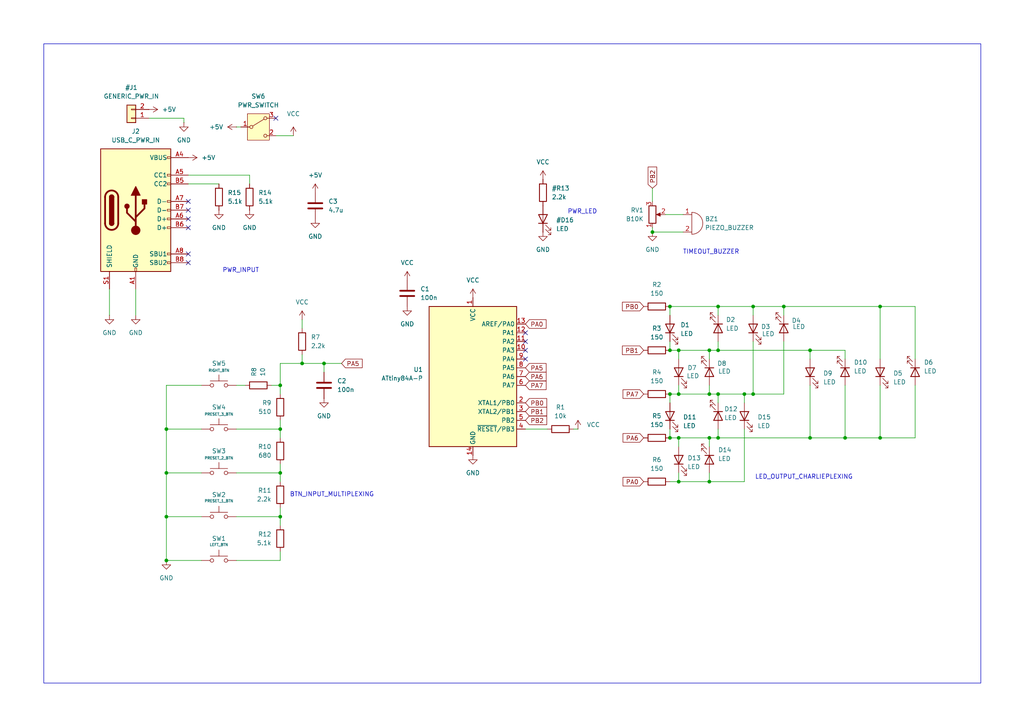
<source format=kicad_sch>
(kicad_sch (version 20250114) (generator "eeschema") (generator_version "9.0")
  (paper "A4")
  (title_block (title "Pomodoro Timer") (date "2025-07-19") (rev "0.3") (company "Albin S."))
  (lib_symbols
    (symbol "Albin_Custom:Buzzer_Unpolarized" (pin_names (offset 0.0254) (hide yes))
      (property "Reference" "BZ" (at 3.81 1.27 0))
      (property "Value" "Buzzer_Unpolarized" (at 3.81 -1.27 0))
      (symbol "Buzzer_Unpolarized_0_1"
        (arc (start 0 3.175) (mid 3.1612 0) (end 0 -3.175))
        (polyline (pts (xy 0 3.175) (xy 0 -3.175)))
      )
      (symbol "Buzzer_Unpolarized_1_1"
        (pin passive line (at -2.54 2.54 0) (length 2.54) (name "+") (number "1"))
        (pin passive line (at -2.54 -2.54 0) (length 2.54) (name "-") (number "2"))
      )
    )
    (symbol "Connector:USB_C_Receptacle_USB2.0_16P" (pin_names (offset 1.016))
      (property "Reference" "J" (at 0 22.225 0))
      (property "Value" "USB_C_Receptacle_USB2.0_16P" (at 0 19.685 0))
      (symbol "USB_C_Receptacle_USB2.0_16P_0_0"
        (rectangle (start -0.254 -17.78) (end 0.254 -16.764))
        (rectangle (start 10.16 15.494) (end 9.144 14.986))
        (rectangle (start 10.16 10.414) (end 9.144 9.906))
        (rectangle (start 10.16 7.874) (end 9.144 7.366))
        (rectangle (start 10.16 2.794) (end 9.144 2.286))
        (rectangle (start 10.16 0.254) (end 9.144 -0.254))
        (rectangle (start 10.16 -2.286) (end 9.144 -2.794))
        (rectangle (start 10.16 -4.826) (end 9.144 -5.334))
        (rectangle (start 10.16 -12.446) (end 9.144 -12.954))
        (rectangle (start 10.16 -14.986) (end 9.144 -15.494))
      )
      (symbol "USB_C_Receptacle_USB2.0_16P_0_1"
        (rectangle (start -10.16 17.78) (end 10.16 -17.78) (stroke (width 0.254)) (fill (type background)))
        (polyline (pts (xy -8.89 -3.81) (xy -8.89 3.81)) (stroke (width 0.508)))
        (rectangle (start -7.62 -3.81) (end -6.35 3.81) (stroke (width 0.254)) (fill (type outline)))
        (arc (start -7.62 3.81) (mid -6.985 4.4423) (end -6.35 3.81) (stroke (width 0.254)))
        (arc (start -7.62 3.81) (mid -6.985 4.4423) (end -6.35 3.81) (stroke (width 0.254)) (fill (type outline)))
        (arc (start -8.89 3.81) (mid -6.985 5.7067) (end -5.08 3.81) (stroke (width 0.508)))
        (arc (start -5.08 -3.81) (mid -6.985 -5.7067) (end -8.89 -3.81) (stroke (width 0.508)))
        (arc (start -6.35 -3.81) (mid -6.985 -4.4423) (end -7.62 -3.81) (stroke (width 0.254)))
        (arc (start -6.35 -3.81) (mid -6.985 -4.4423) (end -7.62 -3.81) (stroke (width 0.254)) (fill (type outline)))
        (polyline (pts (xy -5.08 3.81) (xy -5.08 -3.81)) (stroke (width 0.508)))
        (circle (center -2.54 1.143) (radius 0.635) (stroke (width 0.254)) (fill (type outline)))
        (polyline (pts (xy -1.27 4.318) (xy 0 6.858) (xy 1.27 4.318) (xy -1.27 4.318)) (stroke (width 0.254)) (fill (type outline)))
        (polyline (pts (xy 0 -2.032) (xy 2.54 0.508) (xy 2.54 1.778)) (stroke (width 0.508)))
        (polyline (pts (xy 0 -3.302) (xy -2.54 -0.762) (xy -2.54 0.508)) (stroke (width 0.508)))
        (polyline (pts (xy 0 -5.842) (xy 0 4.318)) (stroke (width 0.508)))
        (circle (center 0 -5.842) (radius 1.27) (fill (type outline)))
        (rectangle (start 1.905 1.778) (end 3.175 3.048) (stroke (width 0.254)) (fill (type outline)))
      )
      (symbol "USB_C_Receptacle_USB2.0_16P_1_1"
        (pin passive line (at -7.62 -22.86 90) (length 5.08) (name "SHIELD") (number "S1"))
        (pin passive line (at 0 -22.86 90) (length 5.08) (name "GND") (number "A1"))
        (pin passive line (at 0 -22.86 90) (length 5.08) (hide yes) (name "GND") (number "A12"))
        (pin passive line (at 0 -22.86 90) (length 5.08) (hide yes) (name "GND") (number "B1"))
        (pin passive line (at 0 -22.86 90) (length 5.08) (hide yes) (name "GND") (number "B12"))
        (pin passive line (at 15.24 15.24 180) (length 5.08) (name "VBUS") (number "A4"))
        (pin passive line (at 15.24 15.24 180) (length 5.08) (hide yes) (name "VBUS") (number "A9"))
        (pin passive line (at 15.24 15.24 180) (length 5.08) (hide yes) (name "VBUS") (number "B4"))
        (pin passive line (at 15.24 15.24 180) (length 5.08) (hide yes) (name "VBUS") (number "B9"))
        (pin bidirectional line (at 15.24 10.16 180) (length 5.08) (name "CC1") (number "A5"))
        (pin bidirectional line (at 15.24 7.62 180) (length 5.08) (name "CC2") (number "B5"))
        (pin bidirectional line (at 15.24 2.54 180) (length 5.08) (name "D-") (number "A7"))
        (pin bidirectional line (at 15.24 0 180) (length 5.08) (name "D-") (number "B7"))
        (pin bidirectional line (at 15.24 -2.54 180) (length 5.08) (name "D+") (number "A6"))
        (pin bidirectional line (at 15.24 -5.08 180) (length 5.08) (name "D+") (number "B6"))
        (pin bidirectional line (at 15.24 -12.7 180) (length 5.08) (name "SBU1") (number "A8"))
        (pin bidirectional line (at 15.24 -15.24 180) (length 5.08) (name "SBU2") (number "B8"))
      )
    )
    (symbol "Connector_Generic:Conn_01x02" (pin_names (offset 1.016) (hide yes))
      (property "Reference" "J" (at 0 2.54 0))
      (property "Value" "Conn_01x02" (at 0 -5.08 0))
      (symbol "Conn_01x02_1_1"
        (rectangle (start -1.27 1.27) (end 1.27 -3.81) (stroke (width 0.254)) (fill (type background)))
        (rectangle (start -1.27 0.127) (end 0 -0.127) (stroke (width 0.1524)))
        (rectangle (start -1.27 -2.413) (end 0 -2.667) (stroke (width 0.1524)))
        (pin passive line (at -5.08 0 0) (length 3.81) (name "Pin_1") (number "1"))
        (pin passive line (at -5.08 -2.54 0) (length 3.81) (name "Pin_2") (number "2"))
      )
    )
    (symbol "Device:C" (pin_numbers (hide yes)) (pin_names (offset 0.254))
      (property "Reference" "C" (at 0.635 2.54 0))
      (property "Value" "C" (at 0.635 -2.54 0))
      (symbol "C_0_1"
        (polyline (pts (xy -2.032 0.762) (xy 2.032 0.762)) (stroke (width 0.508)))
        (polyline (pts (xy -2.032 -0.762) (xy 2.032 -0.762)) (stroke (width 0.508)))
      )
      (symbol "C_1_1"
        (pin passive line (at 0 3.81 270) (length 2.794) (name "~") (number "1"))
        (pin passive line (at 0 -3.81 90) (length 2.794) (name "~") (number "2"))
      )
    )
    (symbol "Device:LED" (pin_numbers (hide yes)) (pin_names (offset 1.016) (hide yes))
      (property "Reference" "D" (at 0 2.54 0))
      (property "Value" "LED" (at 0 -2.54 0))
      (symbol "LED_0_1"
        (polyline (pts (xy -3.048 -0.762) (xy -4.572 -2.286) (xy -3.81 -2.286) (xy -4.572 -2.286) (xy -4.572 -1.524)))
        (polyline (pts (xy -1.778 -0.762) (xy -3.302 -2.286) (xy -2.54 -2.286) (xy -3.302 -2.286) (xy -3.302 -1.524)))
        (polyline (pts (xy -1.27 0) (xy 1.27 0)))
        (polyline (pts (xy -1.27 -1.27) (xy -1.27 1.27)) (stroke (width 0.254)))
        (polyline (pts (xy 1.27 -1.27) (xy 1.27 1.27) (xy -1.27 0) (xy 1.27 -1.27)) (stroke (width 0.254)))
      )
      (symbol "LED_1_1"
        (pin passive line (at -3.81 0 0) (length 2.54) (name "K") (number "1"))
        (pin passive line (at 3.81 0 180) (length 2.54) (name "A") (number "2"))
      )
    )
    (symbol "Device:R" (pin_numbers (hide yes)) (pin_names (offset 0))
      (property "Reference" "R" (at 2.032 0 90))
      (property "Value" "R" (at 0 0 90))
      (symbol "R_0_1"
        (rectangle (start -1.016 -2.54) (end 1.016 2.54) (stroke (width 0.254)))
      )
      (symbol "R_1_1"
        (pin passive line (at 0 3.81 270) (length 1.27) (name "~") (number "1"))
        (pin passive line (at 0 -3.81 90) (length 1.27) (name "~") (number "2"))
      )
    )
    (symbol "Device:R_Potentiometer" (pin_names (offset 1.016) (hide yes))
      (property "Reference" "RV" (at -4.445 0 90))
      (property "Value" "R_Potentiometer" (at -2.54 0 90))
      (symbol "R_Potentiometer_0_1"
        (rectangle (start 1.016 2.54) (end -1.016 -2.54) (stroke (width 0.254)))
        (polyline (pts (xy 1.143 0) (xy 2.286 0.508) (xy 2.286 -0.508) (xy 1.143 0)) (fill (type outline)))
        (polyline (pts (xy 2.54 0) (xy 1.524 0)))
      )
      (symbol "R_Potentiometer_1_1"
        (pin passive line (at 0 3.81 270) (length 1.27) (name "1") (number "1"))
        (pin passive line (at 0 -3.81 90) (length 1.27) (name "3") (number "3"))
        (pin passive line (at 3.81 0 180) (length 1.27) (name "2") (number "2"))
      )
    )
    (symbol "MCU_Microchip_ATtiny:ATtiny84A-P"
      (property "Reference" "U" (at -12.7 21.59 0))
      (property "Value" "ATtiny84A-P" (at 2.54 -21.59 0))
      (symbol "ATtiny84A-P_0_1"
        (rectangle (start -12.7 -20.32) (end 12.7 20.32) (stroke (width 0.254)) (fill (type background)))
      )
      (symbol "ATtiny84A-P_1_1"
        (pin power_in line (at 0 22.86 270) (length 2.54) (name "VCC") (number "1"))
        (pin power_in line (at 0 -22.86 90) (length 2.54) (name "GND") (number "14"))
        (pin bidirectional line (at 15.24 15.24 180) (length 2.54) (name "AREF/PA0") (number "13"))
        (pin bidirectional line (at 15.24 12.7 180) (length 2.54) (name "PA1") (number "12"))
        (pin bidirectional line (at 15.24 10.16 180) (length 2.54) (name "PA2") (number "11"))
        (pin bidirectional line (at 15.24 7.62 180) (length 2.54) (name "PA3") (number "10"))
        (pin bidirectional line (at 15.24 5.08 180) (length 2.54) (name "PA4") (number "9"))
        (pin bidirectional line (at 15.24 2.54 180) (length 2.54) (name "PA5") (number "8"))
        (pin bidirectional line (at 15.24 0 180) (length 2.54) (name "PA6") (number "7"))
        (pin bidirectional line (at 15.24 -2.54 180) (length 2.54) (name "PA7") (number "6"))
        (pin bidirectional line (at 15.24 -7.62 180) (length 2.54) (name "XTAL1/PB0") (number "2"))
        (pin bidirectional line (at 15.24 -10.16 180) (length 2.54) (name "XTAL2/PB1") (number "3"))
        (pin bidirectional line (at 15.24 -12.7 180) (length 2.54) (name "PB2") (number "5"))
        (pin bidirectional line (at 15.24 -15.24 180) (length 2.54) (name "~{RESET}/PB3") (number "4"))
      )
    )
    (symbol "Switch:SW_Push" (pin_numbers (hide yes)) (pin_names (offset 1.016) (hide yes))
      (property "Reference" "SW" (at 1.27 2.54 0))
      (property "Value" "SW_Push" (at 0 -1.524 0))
      (symbol "SW_Push_0_1"
        (circle (center -2.032 0) (radius 0.508))
        (polyline (pts (xy 0 1.27) (xy 0 3.048)))
        (circle (center 2.032 0) (radius 0.508))
        (polyline (pts (xy 2.54 1.27) (xy -2.54 1.27)))
        (pin passive line (at -5.08 0 0) (length 2.54) (name "1") (number "1"))
        (pin passive line (at 5.08 0 180) (length 2.54) (name "2") (number "2"))
      )
    )
    (symbol "Switch:SW_Wuerth_450301014042" (pin_names (offset 1) (hide yes))
      (property "Reference" "SW" (at 0 5.08 0))
      (property "Value" "SW_Wuerth_450301014042" (at 0 -5.08 0))
      (symbol "SW_Wuerth_450301014042_0_1"
        (circle (center -2.032 0) (radius 0.4572))
        (polyline (pts (xy -1.651 0.254) (xy 1.651 2.286)))
        (circle (center 2.032 2.54) (radius 0.4572))
        (circle (center 2.032 -2.54) (radius 0.4572))
      )
      (symbol "SW_Wuerth_450301014042_1_1"
        (rectangle (start -3.175 3.81) (end 3.175 -3.81) (fill (type background)))
        (pin passive line (at -5.08 0 0) (length 2.54) (name "B") (number "1"))
        (pin passive line (at 5.08 2.54 180) (length 2.54) (name "A") (number "3"))
        (pin passive line (at 5.08 -2.54 180) (length 2.54) (name "C") (number "2"))
      )
    )
    (symbol "power:+5V" (power) (pin_numbers (hide yes)) (pin_names (offset 0) (hide yes))
      (property "Value" "+5V" (at 0 3.556 0))
      (symbol "+5V_0_1"
        (polyline (pts (xy -0.762 1.27) (xy 0 2.54)))
        (polyline (pts (xy 0 2.54) (xy 0.762 1.27)))
        (polyline (pts (xy 0 0) (xy 0 2.54)))
      )
      (symbol "+5V_1_1"
        (pin power_in line (at 0 0 90) (length 0) (name "~") (number "1"))
      )
    )
    (symbol "power:GND" (power) (pin_numbers (hide yes)) (pin_names (offset 0) (hide yes))
      (property "Value" "GND" (at 0 -3.81 0))
      (symbol "GND_0_1"
        (polyline (pts (xy 0 0) (xy 0 -1.27) (xy 1.27 -1.27) (xy 0 -2.54) (xy -1.27 -1.27) (xy 0 -1.27)))
      )
      (symbol "GND_1_1"
        (pin power_in line (at 0 0 270) (length 0) (name "~") (number "1"))
      )
    )
    (symbol "power:VCC" (power) (pin_numbers (hide yes)) (pin_names (offset 0) (hide yes))
      (property "Value" "VCC" (at 0 3.556 0))
      (symbol "VCC_0_1"
        (polyline (pts (xy -0.762 1.27) (xy 0 2.54)))
        (polyline (pts (xy 0 2.54) (xy 0.762 1.27)))
        (polyline (pts (xy 0 0) (xy 0 2.54)))
      )
      (symbol "VCC_1_1"
        (pin power_in line (at 0 0 90) (length 0) (name "~") (number "1"))
      )
    )
  )
  (rectangle (start 12.7 12.7) (end 284.48 198.12))
  (text "PWR_LED" (at 168.91 61.468 0) (effects (font (size 1.27 1.27))))
  (text "BTN_INPUT_MULTIPLEXING" (at 96.266 143.51 0) (effects (font (size 1.27 1.27))))
  (text "LED_OUTPUT_CHARLIEPLEXING\n" (at 233.172 138.43 0) (effects (font (size 1.27 1.27))))
  (text "PWR_INPUT\n" (at 69.85 78.486 0) (effects (font (size 1.27 1.27))))
  (text "TIMEOUT_BUZZER" (at 206.248 73.152 0) (effects (font (size 1.27 1.27))))
  (junction (at 81.28 149.86))
  (junction (at 48.26 162.56))
  (junction (at 215.9 114.3))
  (junction (at 196.85 139.7))
  (junction (at 218.44 88.9))
  (junction (at 205.74 127))
  (junction (at 227.33 88.9))
  (junction (at 48.26 124.46))
  (junction (at 208.28 114.3))
  (junction (at 205.74 139.7))
  (junction (at 87.63 105.41))
  (junction (at 48.26 137.16))
  (junction (at 205.74 101.6))
  (junction (at 48.26 149.86))
  (junction (at 93.98 105.41))
  (junction (at 208.28 127))
  (junction (at 196.85 101.6))
  (junction (at 208.28 88.9))
  (junction (at 81.28 111.76))
  (junction (at 81.28 124.46))
  (junction (at 194.31 88.9))
  (junction (at 205.74 114.3))
  (junction (at 194.31 101.6))
  (junction (at 189.23 67.31))
  (junction (at 234.95 101.6))
  (junction (at 255.27 88.9))
  (junction (at 194.31 127))
  (junction (at 196.85 127))
  (junction (at 234.95 127))
  (junction (at 194.31 114.3))
  (junction (at 218.44 114.3))
  (junction (at 81.28 137.16))
  (junction (at 245.11 127))
  (junction (at 255.27 127))
  (junction (at 208.28 101.6))
  (junction (at 196.85 114.3))
  (no_connect (at 54.61 66.04))
  (no_connect (at 54.61 58.42))
  (no_connect (at 54.61 60.96))
  (no_connect (at 54.61 63.5))
  (no_connect (at 152.4 104.14))
  (no_connect (at 54.61 73.66))
  (no_connect (at 54.61 76.2))
  (no_connect (at 152.4 96.52))
  (no_connect (at 152.4 99.06))
  (no_connect (at 80.01 34.29))
  (no_connect (at 152.4 101.6))
  (wire (pts (xy 205.74 114.3) (xy 208.28 114.3)))
  (wire (pts (xy 193.04 62.23) (xy 198.12 62.23)))
  (wire (pts (xy 68.58 149.86) (xy 81.28 149.86)))
  (wire (pts (xy 234.95 101.6) (xy 245.11 101.6)))
  (wire (pts (xy 81.28 147.32) (xy 81.28 149.86)))
  (wire (pts (xy 48.26 162.56) (xy 58.42 162.56)))
  (wire (pts (xy 255.27 127) (xy 245.11 127)))
  (wire (pts (xy 205.74 111.76) (xy 205.74 114.3)))
  (wire (pts (xy 189.23 66.04) (xy 189.23 67.31)))
  (wire (pts (xy 68.58 111.76) (xy 71.12 111.76)))
  (wire (pts (xy 48.26 124.46) (xy 48.26 137.16)))
  (wire (pts (xy 265.43 88.9) (xy 265.43 104.14)))
  (wire (pts (xy 196.85 114.3) (xy 205.74 114.3)))
  (wire (pts (xy 196.85 127) (xy 205.74 127)))
  (wire (pts (xy 152.4 124.46) (xy 158.75 124.46)))
  (wire (pts (xy 81.28 137.16) (xy 81.28 139.7)))
  (wire (pts (xy 218.44 88.9) (xy 227.33 88.9)))
  (wire (pts (xy 194.31 88.9) (xy 208.28 88.9)))
  (wire (pts (xy 208.28 114.3) (xy 215.9 114.3)))
  (wire (pts (xy 234.95 101.6) (xy 234.95 104.14)))
  (wire (pts (xy 81.28 134.62) (xy 81.28 137.16)))
  (wire (pts (xy 81.28 121.92) (xy 81.28 124.46)))
  (wire (pts (xy 208.28 99.06) (xy 208.28 101.6)))
  (wire (pts (xy 215.9 114.3) (xy 218.44 114.3)))
  (wire (pts (xy 48.26 137.16) (xy 48.26 149.86)))
  (wire (pts (xy 81.28 124.46) (xy 81.28 127)))
  (wire (pts (xy 227.33 88.9) (xy 227.33 91.44)))
  (wire (pts (xy 265.43 111.76) (xy 265.43 127)))
  (wire (pts (xy 208.28 88.9) (xy 208.28 91.44)))
  (wire (pts (xy 215.9 114.3) (xy 215.9 116.84)))
  (wire (pts (xy 166.37 124.46) (xy 167.64 124.46)))
  (wire (pts (xy 196.85 137.16) (xy 196.85 139.7)))
  (wire (pts (xy 53.34 34.29) (xy 53.34 35.56)))
  (wire (pts (xy 68.58 36.83) (xy 69.85 36.83)))
  (wire (pts (xy 80.01 39.37) (xy 85.09 39.37)))
  (wire (pts (xy 93.98 105.41) (xy 93.98 107.95)))
  (wire (pts (xy 234.95 111.76) (xy 234.95 127)))
  (wire (pts (xy 194.31 114.3) (xy 196.85 114.3)))
  (wire (pts (xy 48.26 149.86) (xy 48.26 162.56)))
  (wire (pts (xy 205.74 101.6) (xy 205.74 104.14)))
  (wire (pts (xy 196.85 127) (xy 196.85 129.54)))
  (wire (pts (xy 218.44 99.06) (xy 218.44 114.3)))
  (wire (pts (xy 205.74 101.6) (xy 208.28 101.6)))
  (wire (pts (xy 68.58 137.16) (xy 81.28 137.16)))
  (wire (pts (xy 208.28 101.6) (xy 234.95 101.6)))
  (wire (pts (xy 205.74 127) (xy 208.28 127)))
  (wire (pts (xy 196.85 139.7) (xy 205.74 139.7)))
  (wire (pts (xy 218.44 88.9) (xy 218.44 91.44)))
  (wire (pts (xy 194.31 139.7) (xy 196.85 139.7)))
  (wire (pts (xy 255.27 88.9) (xy 265.43 88.9)))
  (wire (pts (xy 81.28 160.02) (xy 81.28 162.56)))
  (wire (pts (xy 205.74 139.7) (xy 215.9 139.7)))
  (wire (pts (xy 54.61 53.34) (xy 63.5 53.34)))
  (wire (pts (xy 196.85 101.6) (xy 205.74 101.6)))
  (wire (pts (xy 227.33 99.06) (xy 227.33 114.3)))
  (wire (pts (xy 265.43 127) (xy 255.27 127)))
  (wire (pts (xy 78.74 111.76) (xy 81.28 111.76)))
  (wire (pts (xy 87.63 105.41) (xy 81.28 105.41)))
  (wire (pts (xy 218.44 114.3) (xy 227.33 114.3)))
  (wire (pts (xy 194.31 114.3) (xy 194.31 116.84)))
  (wire (pts (xy 31.75 83.82) (xy 31.75 91.44)))
  (wire (pts (xy 43.18 34.29) (xy 53.34 34.29)))
  (wire (pts (xy 68.58 124.46) (xy 81.28 124.46)))
  (wire (pts (xy 196.85 101.6) (xy 196.85 104.14)))
  (wire (pts (xy 48.26 111.76) (xy 58.42 111.76)))
  (wire (pts (xy 234.95 127) (xy 245.11 127)))
  (wire (pts (xy 87.63 102.87) (xy 87.63 105.41)))
  (wire (pts (xy 72.39 50.8) (xy 72.39 53.34)))
  (wire (pts (xy 245.11 101.6) (xy 245.11 104.14)))
  (wire (pts (xy 93.98 105.41) (xy 99.06 105.41)))
  (wire (pts (xy 227.33 88.9) (xy 255.27 88.9)))
  (wire (pts (xy 194.31 101.6) (xy 194.31 99.06)))
  (wire (pts (xy 194.31 101.6) (xy 196.85 101.6)))
  (wire (pts (xy 48.26 111.76) (xy 48.26 124.46)))
  (wire (pts (xy 81.28 111.76) (xy 81.28 114.3)))
  (wire (pts (xy 255.27 88.9) (xy 255.27 104.14)))
  (wire (pts (xy 255.27 111.76) (xy 255.27 127)))
  (wire (pts (xy 48.26 137.16) (xy 58.42 137.16)))
  (wire (pts (xy 215.9 124.46) (xy 215.9 139.7)))
  (wire (pts (xy 189.23 67.31) (xy 198.12 67.31)))
  (wire (pts (xy 81.28 149.86) (xy 81.28 152.4)))
  (wire (pts (xy 48.26 124.46) (xy 58.42 124.46)))
  (wire (pts (xy 39.37 83.82) (xy 39.37 91.44)))
  (wire (pts (xy 205.74 127) (xy 205.74 129.54)))
  (wire (pts (xy 245.11 111.76) (xy 245.11 127)))
  (wire (pts (xy 194.31 124.46) (xy 194.31 127)))
  (wire (pts (xy 87.63 92.71) (xy 87.63 95.25)))
  (wire (pts (xy 68.58 162.56) (xy 81.28 162.56)))
  (wire (pts (xy 208.28 127) (xy 234.95 127)))
  (wire (pts (xy 208.28 114.3) (xy 208.28 116.84)))
  (wire (pts (xy 196.85 111.76) (xy 196.85 114.3)))
  (wire (pts (xy 205.74 139.7) (xy 205.74 137.16)))
  (wire (pts (xy 54.61 50.8) (xy 72.39 50.8)))
  (wire (pts (xy 208.28 88.9) (xy 218.44 88.9)))
  (wire (pts (xy 87.63 105.41) (xy 93.98 105.41)))
  (wire (pts (xy 194.31 127) (xy 196.85 127)))
  (wire (pts (xy 194.31 88.9) (xy 194.31 91.44)))
  (wire (pts (xy 208.28 124.46) (xy 208.28 127)))
  (wire (pts (xy 189.23 54.61) (xy 189.23 58.42)))
  (wire (pts (xy 48.26 149.86) (xy 58.42 149.86)))
  (wire (pts (xy 81.28 105.41) (xy 81.28 111.76)))
  (global_label "PB2" (shape input) (at 189.23 54.61 90) (property "Intersheetrefs" "${INTERSHEET_REFS}" (effects (hide yes))))
  (global_label "PA7" (shape input) (at 186.69 114.3 180) (property "Intersheetrefs" "${INTERSHEET_REFS}" (effects (hide yes))))
  (global_label "PB1" (shape input) (at 186.69 101.6 180) (property "Intersheetrefs" "${INTERSHEET_REFS}" (effects (hide yes))))
  (global_label "PA5" (shape input) (at 152.4 106.68 0) (property "Intersheetrefs" "${INTERSHEET_REFS}" (effects (hide yes))))
  (global_label "PB2" (shape input) (at 152.4 121.92 0) (property "Intersheetrefs" "${INTERSHEET_REFS}" (effects (hide yes))))
  (global_label "PB0" (shape input) (at 186.69 88.9 180) (property "Intersheetrefs" "${INTERSHEET_REFS}" (effects (hide yes))))
  (global_label "PA6" (shape input) (at 186.69 127 180) (property "Intersheetrefs" "${INTERSHEET_REFS}" (effects (hide yes))))
  (global_label "PA0" (shape input) (at 186.69 139.7 180) (property "Intersheetrefs" "${INTERSHEET_REFS}" (effects (hide yes))))
  (global_label "PB1" (shape input) (at 152.4 119.38 0) (property "Intersheetrefs" "${INTERSHEET_REFS}" (effects (hide yes))))
  (global_label "PA5" (shape input) (at 99.06 105.41 0) (property "Intersheetrefs" "${INTERSHEET_REFS}" (effects (hide yes))))
  (global_label "PA7" (shape input) (at 152.4 111.76 0) (property "Intersheetrefs" "${INTERSHEET_REFS}" (effects (hide yes))))
  (global_label "PA0" (shape input) (at 152.4 93.98 0) (property "Intersheetrefs" "${INTERSHEET_REFS}" (effects (hide yes))))
  (global_label "PA6" (shape input) (at 152.4 109.22 0) (property "Intersheetrefs" "${INTERSHEET_REFS}" (effects (hide yes))))
  (global_label "PB0" (shape input) (at 152.4 116.84 0) (property "Intersheetrefs" "${INTERSHEET_REFS}" (effects (hide yes))))
  (symbol (lib_id "Device:R") (at 81.28 143.51 0) (mirror y) (unit 1)
    (property "Reference" "R11" (at 78.74 142.2399 0) (effects (justify left)))
    (property "Value" "2.2k" (at 78.74 144.7799 0) (effects (justify left)))
    (property "Footprint" "Resistor_SMD:R_0805_2012Metric_Pad1.20x1.40mm_HandSolder" (effects (hide yes)))
    (property "Description" "Resistor" (effects (hide yes)))
  )
  (symbol (lib_id "power:VCC") (at 157.48 52.07 0) (unit 1)
    (property "Reference" "#PWR012" (effects (hide yes)))
    (property "Value" "VCC" (at 157.48 46.99 0))
    (property "Description" "Power symbol creates a global label with name \"VCC\"" (effects (hide yes)))
  )
  (symbol (lib_id "power:VCC") (at 118.11 81.28 0) (unit 1)
    (property "Reference" "#PWR03" (effects (hide yes)))
    (property "Value" "VCC" (at 118.11 76.2 0))
    (property "Description" "Power symbol creates a global label with name \"VCC\"" (effects (hide yes)))
  )
  (symbol (lib_id "Device:LED") (at 205.74 107.95 270) (unit 1)
    (property "Reference" "D8" (at 208.026 105.41 90) (effects (justify left)))
    (property "Value" "LED" (at 208.28 107.696 90) (effects (justify left)))
    (property "Footprint" "LED_THT:LED_D3.0mm" (effects (hide yes)))
    (property "Description" "Light emitting diode" (effects (hide yes)))
    (property "Sim.Pins" "1=K 2=A" (effects (hide yes)))
  )
  (symbol (lib_id "Device:LED") (at 265.43 107.95 270) (unit 1)
    (property "Reference" "D6" (at 267.97 105.0924 90) (effects (justify left)))
    (property "Value" "LED" (at 267.97 107.6324 90) (effects (justify left)))
    (property "Footprint" "LED_THT:LED_D3.0mm" (effects (hide yes)))
    (property "Description" "Light emitting diode" (effects (hide yes)))
    (property "Sim.Pins" "1=K 2=A" (effects (hide yes)))
  )
  (symbol (lib_id "power:VCC") (at 137.16 86.36 0) (unit 1)
    (property "Reference" "#PWR02" (effects (hide yes)))
    (property "Value" "VCC" (at 137.16 81.28 0))
    (property "Description" "Power symbol creates a global label with name \"VCC\"" (effects (hide yes)))
  )
  (symbol (lib_id "MCU_Microchip_ATtiny:ATtiny84A-P") (at 137.16 109.22 0) (unit 1)
    (property "Reference" "U1" (at 122.682 107.188 0) (effects (justify right)))
    (property "Value" "ATtiny84A-P" (at 122.682 109.728 0) (effects (justify right)))
    (property "Footprint" "Package_DIP:DIP-14_W7.62mm_Socket" (effects (hide yes)))
    (property "Datasheet" "http://ww1.microchip.com/downloads/en/DeviceDoc/doc8183.pdf" (effects (hide yes)))
    (property "Description" "20MHz, 8kB Flash, 512B SRAM, 512B EEPROM, debugWIRE, DIP-14" (effects (hide yes)))
  )
  (symbol (lib_id "Device:R") (at 190.5 139.7 90) (unit 1)
    (property "Reference" "R6" (at 190.5 133.35 90))
    (property "Value" "150" (at 190.5 135.89 90))
    (property "Footprint" "Resistor_SMD:R_0805_2012Metric_Pad1.20x1.40mm_HandSolder" (effects (hide yes)))
    (property "Description" "Resistor" (effects (hide yes)))
  )
  (symbol (lib_id "Switch:SW_Push") (at 63.5 149.86 0) (mirror y) (unit 1)
    (property "Reference" "SW2" (at 63.5 143.51 0))
    (property "Value" "PRESET_1_BTN" (at 63.5 145.288 0) (effects (font (size 0.762 0.762))))
    (property "Footprint" "custom-project-libraries:SW_PUSH_6mm_H5mm" (effects (hide yes)))
    (property "Description" "Push button switch, generic, two pins" (effects (hide yes)))
  )
  (symbol (lib_id "power:GND") (at 39.37 91.44 0) (mirror y) (unit 1)
    (property "Reference" "#PWR09" (effects (hide yes)))
    (property "Value" "GND" (at 39.37 96.52 0))
    (property "Description" "Power symbol creates a global label with name \"GND\" , ground" (effects (hide yes)))
  )
  (symbol (lib_id "Device:C") (at 91.44 59.69 0) (unit 1)
    (property "Reference" "C3" (at 95.25 58.4199 0) (effects (justify left)))
    (property "Value" "4.7u" (at 95.25 60.9599 0) (effects (justify left)))
    (property "Footprint" "Capacitor_SMD:C_0805_2012Metric_Pad1.18x1.45mm_HandSolder" (effects (hide yes)))
    (property "Description" "Unpolarized capacitor" (effects (hide yes)))
  )
  (symbol (lib_id "Device:LED") (at 205.74 133.35 270) (unit 1)
    (property "Reference" "D14" (at 208.28 130.4924 90) (effects (justify left)))
    (property "Value" "LED" (at 208.28 133.0324 90) (effects (justify left)))
    (property "Footprint" "LED_THT:LED_D3.0mm" (effects (hide yes)))
    (property "Description" "Light emitting diode" (effects (hide yes)))
    (property "Sim.Pins" "1=K 2=A" (effects (hide yes)))
  )
  (symbol (lib_id "power:GND") (at 157.48 67.31 0) (unit 1)
    (property "Reference" "#PWR013" (effects (hide yes)))
    (property "Value" "GND" (at 157.48 72.39 0))
    (property "Description" "Power symbol creates a global label with name \"GND\" , ground" (effects (hide yes)))
  )
  (symbol (lib_id "Device:R") (at 157.48 55.88 0) (unit 1)
    (property "Reference" "#R13" (at 160.02 54.6099 0) (effects (justify left)))
    (property "Value" "2.2k" (at 160.02 57.1499 0) (effects (justify left)))
    (property "Footprint" "Resistor_SMD:R_0805_2012Metric_Pad1.20x1.40mm_HandSolder" (effects (hide yes)))
    (property "Description" "Resistor" (effects (hide yes)))
  )
  (symbol (lib_id "Device:R") (at 74.93 111.76 90) (unit 1)
    (property "Reference" "R8" (at 73.6599 109.22 0) (effects (justify left)))
    (property "Value" "10" (at 76.1999 109.22 0) (effects (justify left)))
    (property "Footprint" "Resistor_SMD:R_0805_2012Metric_Pad1.20x1.40mm_HandSolder" (effects (hide yes)))
    (property "Description" "Resistor" (effects (hide yes)))
  )
  (symbol (lib_id "Device:R") (at 87.63 99.06 0) (mirror y) (unit 1)
    (property "Reference" "R7" (at 90.17 97.7899 0) (effects (justify right)))
    (property "Value" "2.2k" (at 90.17 100.3299 0) (effects (justify right)))
    (property "Footprint" "Resistor_SMD:R_0805_2012Metric_Pad1.20x1.40mm_HandSolder" (effects (hide yes)))
    (property "Description" "Resistor" (effects (hide yes)))
  )
  (symbol (lib_id "power:+5V") (at 91.44 55.88 0) (unit 1)
    (property "Reference" "#PWR014" (effects (hide yes)))
    (property "Value" "+5V" (at 91.44 50.8 0))
    (property "Description" "Power symbol creates a global label with name \"+5V\"" (effects (hide yes)))
  )
  (symbol (lib_id "Device:R") (at 190.5 114.3 90) (unit 1)
    (property "Reference" "R4" (at 190.5 107.95 90))
    (property "Value" "150" (at 190.5 110.49 90))
    (property "Footprint" "Resistor_SMD:R_0805_2012Metric_Pad1.20x1.40mm_HandSolder" (effects (hide yes)))
    (property "Description" "Resistor" (effects (hide yes)))
  )
  (symbol (lib_id "power:+5V") (at 43.18 31.75 270) (unit 1)
    (property "Reference" "#PWR021" (effects (hide yes)))
    (property "Value" "+5V" (at 46.99 31.7499 90) (effects (justify left)))
    (property "Description" "Power symbol creates a global label with name \"+5V\"" (effects (hide yes)))
  )
  (symbol (lib_id "power:GND") (at 137.16 132.08 0) (unit 1)
    (property "Reference" "#PWR01" (effects (hide yes)))
    (property "Value" "GND" (at 137.16 137.16 0))
    (property "Description" "Power symbol creates a global label with name \"GND\" , ground" (effects (hide yes)))
  )
  (symbol (lib_id "Device:R") (at 190.5 101.6 90) (unit 1)
    (property "Reference" "R3" (at 190.5 95.25 90))
    (property "Value" "150" (at 190.5 97.79 90))
    (property "Footprint" "Resistor_SMD:R_0805_2012Metric_Pad1.20x1.40mm_HandSolder" (effects (hide yes)))
    (property "Description" "Resistor" (effects (hide yes)))
  )
  (symbol (lib_id "power:+5V") (at 54.61 45.72 270) (unit 1)
    (property "Reference" "#PWR020" (effects (hide yes)))
    (property "Value" "+5V" (at 58.42 45.7199 90) (effects (justify left)))
    (property "Description" "Power symbol creates a global label with name \"+5V\"" (effects (hide yes)))
  )
  (symbol (lib_id "Device:R") (at 162.56 124.46 270) (mirror x) (unit 1)
    (property "Reference" "R1" (at 162.56 118.11 90))
    (property "Value" "10k" (at 162.56 120.65 90))
    (property "Footprint" "Resistor_SMD:R_0805_2012Metric_Pad1.20x1.40mm_HandSolder" (effects (hide yes)))
    (property "Description" "Resistor" (effects (hide yes)))
  )
  (symbol (lib_id "power:GND") (at 31.75 91.44 0) (unit 1)
    (property "Reference" "#PWR019" (effects (hide yes)))
    (property "Value" "GND" (at 31.75 96.52 0))
    (property "Description" "Power symbol creates a global label with name \"GND\" , ground" (effects (hide yes)))
  )
  (symbol (lib_id "Device:R") (at 72.39 57.15 180) (unit 1)
    (property "Reference" "R14" (at 74.93 55.8799 0) (effects (justify right)))
    (property "Value" "5.1k" (at 74.93 58.4199 0) (effects (justify right)))
    (property "Footprint" "Resistor_SMD:R_0805_2012Metric_Pad1.20x1.40mm_HandSolder" (effects (hide yes)))
    (property "Description" "Resistor" (effects (hide yes)))
  )
  (symbol (lib_id "Switch:SW_Push") (at 63.5 137.16 0) (mirror y) (unit 1)
    (property "Reference" "SW3" (at 63.5 130.81 0))
    (property "Value" "PRESET_2_BTN" (at 63.5 132.842 0) (effects (font (size 0.762 0.762))))
    (property "Footprint" "custom-project-libraries:SW_PUSH_6mm_H5mm" (effects (hide yes)))
    (property "Description" "Push button switch, generic, two pins" (effects (hide yes)))
  )
  (symbol (lib_id "Device:R_Potentiometer") (at 189.23 62.23 0) (mirror x) (unit 1)
    (property "Reference" "RV1" (at 186.69 60.9599 0) (effects (justify right)))
    (property "Value" "B10K" (at 186.69 63.4999 0) (effects (justify right)))
    (property "Footprint" "custom-project-libraries:Potentiometer_Bourns_3386P_Vertical" (effects (hide yes)))
    (property "Description" "Potentiometer" (effects (hide yes)))
  )
  (symbol (lib_id "Device:R") (at 81.28 156.21 0) (mirror y) (unit 1)
    (property "Reference" "R12" (at 78.74 154.9399 0) (effects (justify left)))
    (property "Value" "5.1k" (at 78.74 157.4799 0) (effects (justify left)))
    (property "Footprint" "Resistor_SMD:R_0805_2012Metric_Pad1.20x1.40mm_HandSolder" (effects (hide yes)))
    (property "Description" "Resistor" (effects (hide yes)))
  )
  (symbol (lib_id "Device:R") (at 81.28 130.81 0) (mirror y) (unit 1)
    (property "Reference" "R10" (at 78.74 129.5399 0) (effects (justify left)))
    (property "Value" "680" (at 78.74 132.0799 0) (effects (justify left)))
    (property "Footprint" "Resistor_SMD:R_0805_2012Metric_Pad1.20x1.40mm_HandSolder" (effects (hide yes)))
    (property "Description" "Resistor" (effects (hide yes)))
  )
  (symbol (lib_id "Device:C") (at 118.11 85.09 0) (unit 1)
    (property "Reference" "C1" (at 121.92 83.8199 0) (effects (justify left)))
    (property "Value" "100n" (at 121.92 86.3599 0) (effects (justify left)))
    (property "Footprint" "Capacitor_SMD:C_0805_2012Metric_Pad1.18x1.45mm_HandSolder" (effects (hide yes)))
    (property "Description" "Unpolarized capacitor" (effects (hide yes)))
  )
  (symbol (lib_id "power:VCC") (at 87.63 92.71 0) (mirror y) (unit 1)
    (property "Reference" "#PWR06" (effects (hide yes)))
    (property "Value" "VCC" (at 87.63 87.63 0))
    (property "Description" "Power symbol creates a global label with name \"VCC\"" (effects (hide yes)))
  )
  (symbol (lib_id "power:GND") (at 72.39 60.96 0) (unit 1)
    (property "Reference" "#PWR018" (effects (hide yes)))
    (property "Value" "GND" (at 72.39 66.04 0))
    (property "Description" "Power symbol creates a global label with name \"GND\" , ground" (effects (hide yes)))
  )
  (symbol (lib_id "Connector_Generic:Conn_01x02") (at 38.1 34.29 180) (unit 1)
    (property "Reference" "#J1" (at 38.1 25.4 0))
    (property "Value" "GENERIC_PWR_IN" (at 38.1 27.94 0))
    (property "Footprint" "Connector_JST:JST_PH_S2B-PH-K_1x02_P2.00mm_Horizontal" (effects (hide yes)))
    (property "Description" "Generic connector, single row, 01x02, script generated (kicad-library-utils/schlib/autogen/connector/)" (effects (hide yes)))
  )
  (symbol (lib_id "Device:C") (at 93.98 111.76 0) (mirror y) (unit 1)
    (property "Reference" "C2" (at 97.79 110.4899 0) (effects (justify right)))
    (property "Value" "100n" (at 97.79 113.0299 0) (effects (justify right)))
    (property "Footprint" "Capacitor_SMD:C_0805_2012Metric_Pad1.18x1.45mm_HandSolder" (effects (hide yes)))
    (property "Description" "Unpolarized capacitor" (effects (hide yes)))
  )
  (symbol (lib_id "Device:LED") (at 218.44 95.25 90) (unit 1)
    (property "Reference" "D3" (at 220.726 94.742 90) (effects (justify right)))
    (property "Value" "LED" (at 220.98 96.8374 90) (effects (justify right)))
    (property "Footprint" "LED_THT:LED_D3.0mm" (effects (hide yes)))
    (property "Description" "Light emitting diode" (effects (hide yes)))
    (property "Sim.Pins" "1=K 2=A" (effects (hide yes)))
  )
  (symbol (lib_id "Device:LED") (at 194.31 95.25 90) (unit 1)
    (property "Reference" "D1" (at 197.358 94.234 90) (effects (justify right)))
    (property "Value" "LED" (at 197.358 96.774 90) (effects (justify right)))
    (property "Footprint" "LED_THT:LED_D3.0mm" (effects (hide yes)))
    (property "Description" "Light emitting diode" (effects (hide yes)))
    (property "Sim.Pins" "1=K 2=A" (effects (hide yes)))
  )
  (symbol (lib_id "Device:R") (at 190.5 127 90) (unit 1)
    (property "Reference" "R5" (at 190.5 120.65 90))
    (property "Value" "150" (at 190.5 123.19 90))
    (property "Footprint" "Resistor_SMD:R_0805_2012Metric_Pad1.20x1.40mm_HandSolder" (effects (hide yes)))
    (property "Description" "Resistor" (effects (hide yes)))
  )
  (symbol (lib_id "Device:R") (at 190.5 88.9 90) (unit 1)
    (property "Reference" "R2" (at 190.5 82.55 90))
    (property "Value" "150" (at 190.5 85.09 90))
    (property "Footprint" "Resistor_SMD:R_0805_2012Metric_Pad1.20x1.40mm_HandSolder" (effects (hide yes)))
    (property "Description" "Resistor" (effects (hide yes)))
  )
  (symbol (lib_id "Switch:SW_Push") (at 63.5 111.76 0) (mirror y) (unit 1)
    (property "Reference" "SW5" (at 63.5 105.41 0))
    (property "Value" "RIGHT_BTN" (at 63.5 107.442 0) (effects (font (size 0.762 0.762))))
    (property "Footprint" "custom-project-libraries:SW_PUSH_6mm_H5mm" (effects (hide yes)))
    (property "Description" "Push button switch, generic, two pins" (effects (hide yes)))
  )
  (symbol (lib_id "Device:LED") (at 196.85 133.35 90) (unit 1)
    (property "Reference" "D13" (at 199.39 132.842 90) (effects (justify right)))
    (property "Value" "LED" (at 199.39 135.382 90) (effects (justify right)))
    (property "Footprint" "LED_THT:LED_D3.0mm" (effects (hide yes)))
    (property "Description" "Light emitting diode" (effects (hide yes)))
    (property "Sim.Pins" "1=K 2=A" (effects (hide yes)))
  )
  (symbol (lib_id "power:GND") (at 53.34 35.56 0) (unit 1)
    (property "Reference" "#PWR016" (effects (hide yes)))
    (property "Value" "GND" (at 53.34 40.64 0))
    (property "Description" "Power symbol creates a global label with name \"GND\" , ground" (effects (hide yes)))
  )
  (symbol (lib_id "power:+5V") (at 68.58 36.83 90) (unit 1)
    (property "Reference" "#PWR022" (effects (hide yes)))
    (property "Value" "+5V" (at 64.77 36.8299 90) (effects (justify left)))
    (property "Description" "Power symbol creates a global label with name \"+5V\"" (effects (hide yes)))
  )
  (symbol (lib_id "Device:LED") (at 208.28 120.65 270) (unit 1)
    (property "Reference" "D12" (at 210.058 118.618 90) (effects (justify left)))
    (property "Value" "LED" (at 210.058 121.158 90) (effects (justify left)))
    (property "Footprint" "LED_THT:LED_D3.0mm" (effects (hide yes)))
    (property "Description" "Light emitting diode" (effects (hide yes)))
    (property "Sim.Pins" "1=K 2=A" (effects (hide yes)))
  )
  (symbol (lib_id "power:GND") (at 93.98 115.57 0) (mirror y) (unit 1)
    (property "Reference" "#PWR07" (effects (hide yes)))
    (property "Value" "GND" (at 93.98 120.65 0))
    (property "Description" "Power symbol creates a global label with name \"GND\" , ground" (effects (hide yes)))
  )
  (symbol (lib_id "Device:LED") (at 215.9 120.65 90) (unit 1)
    (property "Reference" "D15" (at 219.71 120.9674 90) (effects (justify right)))
    (property "Value" "LED" (at 219.71 123.5074 90) (effects (justify right)))
    (property "Footprint" "LED_THT:LED_D3.0mm" (effects (hide yes)))
    (property "Description" "Light emitting diode" (effects (hide yes)))
    (property "Sim.Pins" "1=K 2=A" (effects (hide yes)))
  )
  (symbol (lib_id "Switch:SW_Push") (at 63.5 162.56 0) (mirror y) (unit 1)
    (property "Reference" "SW1" (at 63.5 156.21 0))
    (property "Value" "LEFT_BTN" (at 63.5 157.988 0) (effects (font (size 0.762 0.762))))
    (property "Footprint" "custom-project-libraries:SW_PUSH_6mm_H5mm" (effects (hide yes)))
    (property "Description" "Push button switch, generic, two pins" (effects (hide yes)))
  )
  (symbol (lib_id "Device:LED") (at 245.11 107.95 270) (unit 1)
    (property "Reference" "D10" (at 247.65 105.0924 90) (effects (justify left)))
    (property "Value" "LED" (at 247.65 107.6324 90) (effects (justify left)))
    (property "Footprint" "LED_THT:LED_D3.0mm" (effects (hide yes)))
    (property "Description" "Light emitting diode" (effects (hide yes)))
    (property "Sim.Pins" "1=K 2=A" (effects (hide yes)))
  )
  (symbol (lib_id "Device:LED") (at 196.85 107.95 90) (unit 1)
    (property "Reference" "D7" (at 199.39 106.68 90) (effects (justify right)))
    (property "Value" "LED" (at 199.136 109.0294 90) (effects (justify right)))
    (property "Footprint" "LED_THT:LED_D3.0mm" (effects (hide yes)))
    (property "Description" "Light emitting diode" (effects (hide yes)))
    (property "Sim.Pins" "1=K 2=A" (effects (hide yes)))
  )
  (symbol (lib_id "power:GND") (at 48.26 162.56 0) (mirror y) (unit 1)
    (property "Reference" "#PWR08" (effects (hide yes)))
    (property "Value" "GND" (at 48.26 167.64 0))
    (property "Description" "Power symbol creates a global label with name \"GND\" , ground" (effects (hide yes)))
  )
  (symbol (lib_id "Device:LED") (at 208.28 95.25 270) (unit 1)
    (property "Reference" "D2" (at 210.566 92.71 90) (effects (justify left)))
    (property "Value" "LED" (at 210.566 95.25 90) (effects (justify left)))
    (property "Footprint" "LED_THT:LED_D3.0mm" (effects (hide yes)))
    (property "Description" "Light emitting diode" (effects (hide yes)))
    (property "Sim.Pins" "1=K 2=A" (effects (hide yes)))
  )
  (symbol (lib_id "Switch:SW_Wuerth_450301014042") (at 74.93 36.83 0) (unit 1)
    (property "Reference" "SW6" (at 74.93 27.94 0))
    (property "Value" "PWR_SWITCH" (at 74.93 30.48 0))
    (property "Footprint" "custom-project-libraries:SW_Slide-03_Wuerth-WS-SLTU_10x2.5mm_P2.54mm" (effects (hide yes)))
    (property "Datasheet" "https://www.we-online.com/components/products/datasheet/450301014042.pdf" (effects (hide yes)))
    (property "Description" "Switch slide, single pole double throw" (effects (hide yes)))
  )
  (symbol (lib_id "Albin_Custom:Buzzer_Unpolarized") (at 200.66 64.77 0) (unit 1)
    (property "Reference" "BZ1" (at 204.47 63.4999 0) (effects (justify left)))
    (property "Value" "PIEZO_BUZZER" (at 204.47 66.0399 0) (effects (justify left)))
    (property "Footprint" "custom-project-libraries:Buzzer_12x5.5RM6.5" (effects (hide yes)))
    (property "Description" "Buzzer, unpolarized" (effects (hide yes)))
  )
  (symbol (lib_id "Device:LED") (at 255.27 107.95 90) (unit 1)
    (property "Reference" "D5" (at 259.08 108.2674 90) (effects (justify right)))
    (property "Value" "LED" (at 259.08 110.8074 90) (effects (justify right)))
    (property "Footprint" "LED_THT:LED_D3.0mm" (effects (hide yes)))
    (property "Description" "Light emitting diode" (effects (hide yes)))
    (property "Sim.Pins" "1=K 2=A" (effects (hide yes)))
  )
  (symbol (lib_id "Device:LED") (at 227.33 95.25 270) (unit 1)
    (property "Reference" "D4" (at 229.616 92.964 90) (effects (justify left)))
    (property "Value" "LED" (at 229.87 94.742 90) (effects (justify left)))
    (property "Footprint" "LED_THT:LED_D3.0mm" (effects (hide yes)))
    (property "Description" "Light emitting diode" (effects (hide yes)))
    (property "Sim.Pins" "1=K 2=A" (effects (hide yes)))
  )
  (symbol (lib_id "power:GND") (at 63.5 60.96 0) (unit 1)
    (property "Reference" "#PWR017" (effects (hide yes)))
    (property "Value" "GND" (at 63.5 66.04 0))
    (property "Description" "Power symbol creates a global label with name \"GND\" , ground" (effects (hide yes)))
  )
  (symbol (lib_id "power:GND") (at 91.44 63.5 0) (unit 1)
    (property "Reference" "#PWR015" (effects (hide yes)))
    (property "Value" "GND" (at 91.44 68.58 0))
    (property "Description" "Power symbol creates a global label with name \"GND\" , ground" (effects (hide yes)))
  )
  (symbol (lib_id "Device:R") (at 63.5 57.15 180) (unit 1)
    (property "Reference" "R15" (at 66.04 55.8799 0) (effects (justify right)))
    (property "Value" "5.1k" (at 66.04 58.4199 0) (effects (justify right)))
    (property "Footprint" "Resistor_SMD:R_0805_2012Metric_Pad1.20x1.40mm_HandSolder" (effects (hide yes)))
    (property "Description" "Resistor" (effects (hide yes)))
  )
  (symbol (lib_id "Device:R") (at 81.28 118.11 0) (mirror y) (unit 1)
    (property "Reference" "R9" (at 78.74 116.8399 0) (effects (justify left)))
    (property "Value" "510" (at 78.74 119.3799 0) (effects (justify left)))
    (property "Footprint" "Resistor_SMD:R_0805_2012Metric_Pad1.20x1.40mm_HandSolder" (effects (hide yes)))
    (property "Description" "Resistor" (effects (hide yes)))
  )
  (symbol (lib_id "Connector:USB_C_Receptacle_USB2.0_16P") (at 39.37 60.96 0) (unit 1)
    (property "Reference" "J2" (at 39.37 38.1 0))
    (property "Value" "USB_C_PWR_IN" (at 39.37 40.64 0))
    (property "Footprint" "Connector_USB:USB_C_Receptacle_HRO_TYPE-C-31-M-12" (effects (hide yes)))
    (property "Datasheet" "https://www.usb.org/sites/default/files/documents/usb_type-c.zip" (effects (hide yes)))
    (property "Description" "USB 2.0-only 16P Type-C Receptacle connector" (effects (hide yes)))
  )
  (symbol (lib_id "Device:LED") (at 157.48 63.5 90) (unit 1)
    (property "Reference" "#D16" (at 161.29 63.8174 90) (effects (justify right)))
    (property "Value" "LED" (at 161.29 66.3574 90) (effects (justify right)))
    (property "Footprint" "LED_THT:LED_D3.0mm" (effects (hide yes)))
    (property "Description" "Light emitting diode" (effects (hide yes)))
    (property "Sim.Pins" "1=K 2=A" (effects (hide yes)))
  )
  (symbol (lib_id "power:VCC") (at 167.64 124.46 0) (unit 1)
    (property "Reference" "#PWR05" (effects (hide yes)))
    (property "Value" "VCC" (at 170.18 123.1899 0) (effects (justify left)))
    (property "Description" "Power symbol creates a global label with name \"VCC\"" (effects (hide yes)))
  )
  (symbol (lib_id "power:GND") (at 189.23 67.31 0) (unit 1)
    (property "Reference" "#PWR011" (effects (hide yes)))
    (property "Value" "GND" (at 189.23 72.39 0))
    (property "Description" "Power symbol creates a global label with name \"GND\" , ground" (effects (hide yes)))
  )
  (symbol (lib_id "Device:LED") (at 234.95 107.95 90) (unit 1)
    (property "Reference" "D9" (at 238.76 108.2674 90) (effects (justify right)))
    (property "Value" "LED" (at 238.76 110.8074 90) (effects (justify right)))
    (property "Footprint" "LED_THT:LED_D3.0mm" (effects (hide yes)))
    (property "Description" "Light emitting diode" (effects (hide yes)))
    (property "Sim.Pins" "1=K 2=A" (effects (hide yes)))
  )
  (symbol (lib_id "power:GND") (at 118.11 88.9 0) (unit 1)
    (property "Reference" "#PWR04" (effects (hide yes)))
    (property "Value" "GND" (at 118.11 93.98 0))
    (property "Description" "Power symbol creates a global label with name \"GND\" , ground" (effects (hide yes)))
  )
  (symbol (lib_id "Device:LED") (at 194.31 120.65 90) (unit 1)
    (property "Reference" "D11" (at 198.12 120.9674 90) (effects (justify right)))
    (property "Value" "LED" (at 198.12 123.5074 90) (effects (justify right)))
    (property "Footprint" "LED_THT:LED_D3.0mm" (effects (hide yes)))
    (property "Description" "Light emitting diode" (effects (hide yes)))
    (property "Sim.Pins" "1=K 2=A" (effects (hide yes)))
  )
  (symbol (lib_id "Switch:SW_Push") (at 63.5 124.46 0) (mirror y) (unit 1)
    (property "Reference" "SW4" (at 63.5 118.11 0))
    (property "Value" "PRESET_3_BTN" (at 63.5 120.142 0) (effects (font (size 0.762 0.762))))
    (property "Footprint" "custom-project-libraries:SW_PUSH_6mm_H5mm" (effects (hide yes)))
    (property "Description" "Push button switch, generic, two pins" (effects (hide yes)))
  )
  (symbol (lib_id "power:VCC") (at 85.09 39.37 0) (mirror y) (unit 1)
    (property "Reference" "#PWR010" (effects (hide yes)))
    (property "Value" "VCC" (at 85.09 33.02 0))
    (property "Description" "Power symbol creates a global label with name \"VCC\"" (effects (hide yes)))
  )
)
</source>
